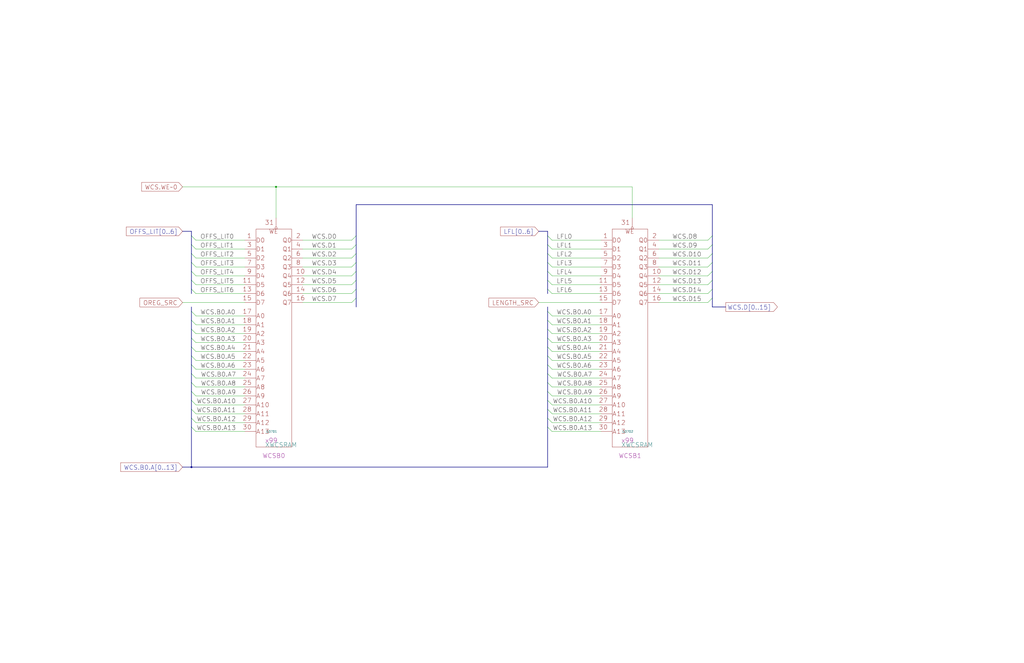
<source format=kicad_sch>
(kicad_sch (version 20211123) (generator eeschema)
  (paper "User" 584.2 378.46)
  (title_block (title "WRITABLE CONTROL STORE\\nBITS 0 TO 15") (date "20-MAR-90") (rev "1.0") (comment 1 "FIU") (comment 2 "232-003065") (comment 3 "S400") (comment 4 "RELEASED"))
  (lib_symbols
    (symbol "r1000:XWCSRAM" (pin_numbers hide) (pin_names (offset 1.016) hide)
      (property "Reference" "U" (at 2.54 5.08 0))
      (property "Value" "XWCSRAM" (at -1.27 -2.54 0))
      (property "Location" "___" (at -1.27 0 0))
      (property "Name" "______" (at 3.81 -10.16 0))
      (symbol "XWCSRAM_1_1"
        (rectangle (start -6.35 120.65) (end 13.97 -3.81))
        (circle (center 5.08 121.285) (radius 0.635))
        (text "0" (at -10.16 7.62 0) (effects (font (size 2.54 2.54))))
        (text "0" (at -10.16 58.42 0) (effects (font (size 2.54 2.54))))
        (text "0" (at -2.54 71.12 0) (effects (font (size 2.54 2.54))))
        (text "0" (at -2.54 114.3 0) (effects (font (size 2.54 2.54))))
        (text "0" (at 0 20.32 0) (effects (font (size 2.54 2.54))))
        (text "0" (at 12.7 114.3 0) (effects (font (size 2.54 2.54))))
        (text "0" (at 20.32 96.52 0) (effects (font (size 2.54 2.54))))
        (text "1" (at -12.7 63.5 0) (effects (font (size 2.54 2.54))))
        (text "1" (at -12.7 68.58 0) (effects (font (size 2.54 2.54))))
        (text "1" (at -12.7 73.66 0) (effects (font (size 2.54 2.54))))
        (text "1" (at -12.7 81.28 0) (effects (font (size 2.54 2.54))))
        (text "1" (at -12.7 86.36 0) (effects (font (size 2.54 2.54))))
        (text "1" (at -12.7 91.44 0) (effects (font (size 2.54 2.54))))
        (text "1" (at -10.16 53.34 0) (effects (font (size 2.54 2.54))))
        (text "1" (at -10.16 91.44 0) (effects (font (size 2.54 2.54))))
        (text "1" (at -10.16 116.84 0) (effects (font (size 2.54 2.54))))
        (text "1" (at -2.54 5.08 0) (effects (font (size 2.54 2.54))))
        (text "1" (at -2.54 10.16 0) (effects (font (size 2.54 2.54))))
        (text "1" (at -2.54 15.24 0) (effects (font (size 2.54 2.54))))
        (text "1" (at -2.54 20.32 0) (effects (font (size 2.54 2.54))))
        (text "1" (at -2.54 66.04 0) (effects (font (size 2.54 2.54))))
        (text "1" (at -2.54 109.22 0) (effects (font (size 2.54 2.54))))
        (text "1" (at 0 15.24 0) (effects (font (size 2.54 2.54))))
        (text "1" (at 2.54 124.46 0) (effects (font (size 2.54 2.54))))
        (text "1" (at 12.7 109.22 0) (effects (font (size 2.54 2.54))))
        (text "1" (at 17.78 81.28 0) (effects (font (size 2.54 2.54))))
        (text "1" (at 17.78 86.36 0) (effects (font (size 2.54 2.54))))
        (text "1" (at 17.78 91.44 0) (effects (font (size 2.54 2.54))))
        (text "1" (at 17.78 96.52 0) (effects (font (size 2.54 2.54))))
        (text "2" (at -12.7 12.7 0) (effects (font (size 2.54 2.54))))
        (text "2" (at -12.7 17.78 0) (effects (font (size 2.54 2.54))))
        (text "2" (at -12.7 22.86 0) (effects (font (size 2.54 2.54))))
        (text "2" (at -12.7 27.94 0) (effects (font (size 2.54 2.54))))
        (text "2" (at -12.7 33.02 0) (effects (font (size 2.54 2.54))))
        (text "2" (at -12.7 38.1 0) (effects (font (size 2.54 2.54))))
        (text "2" (at -12.7 43.18 0) (effects (font (size 2.54 2.54))))
        (text "2" (at -12.7 48.26 0) (effects (font (size 2.54 2.54))))
        (text "2" (at -12.7 53.34 0) (effects (font (size 2.54 2.54))))
        (text "2" (at -12.7 58.42 0) (effects (font (size 2.54 2.54))))
        (text "2" (at -10.16 48.26 0) (effects (font (size 2.54 2.54))))
        (text "2" (at -2.54 60.96 0) (effects (font (size 2.54 2.54))))
        (text "2" (at -2.54 104.14 0) (effects (font (size 2.54 2.54))))
        (text "2" (at 0 10.16 0) (effects (font (size 2.54 2.54))))
        (text "2" (at 12.7 104.14 0) (effects (font (size 2.54 2.54))))
        (text "2" (at 17.78 116.84 0) (effects (font (size 2.54 2.54))))
        (text "2" (at 20.32 91.44 0) (effects (font (size 2.54 2.54))))
        (text "3" (at -12.7 7.62 0) (effects (font (size 2.54 2.54))))
        (text "3" (at -10.16 43.18 0) (effects (font (size 2.54 2.54))))
        (text "3" (at -10.16 86.36 0) (effects (font (size 2.54 2.54))))
        (text "3" (at -10.16 111.76 0) (effects (font (size 2.54 2.54))))
        (text "3" (at -2.54 55.88 0) (effects (font (size 2.54 2.54))))
        (text "3" (at -2.54 99.06 0) (effects (font (size 2.54 2.54))))
        (text "3" (at 0 5.08 0) (effects (font (size 2.54 2.54))))
        (text "3" (at 0 124.46 0) (effects (font (size 2.54 2.54))))
        (text "3" (at 12.7 99.06 0) (effects (font (size 2.54 2.54))))
        (text "4" (at -10.16 38.1 0) (effects (font (size 2.54 2.54))))
        (text "4" (at -2.54 50.8 0) (effects (font (size 2.54 2.54))))
        (text "4" (at -2.54 93.98 0) (effects (font (size 2.54 2.54))))
        (text "4" (at 12.7 93.98 0) (effects (font (size 2.54 2.54))))
        (text "4" (at 17.78 111.76 0) (effects (font (size 2.54 2.54))))
        (text "4" (at 20.32 86.36 0) (effects (font (size 2.54 2.54))))
        (text "5" (at -10.16 33.02 0) (effects (font (size 2.54 2.54))))
        (text "5" (at -10.16 81.28 0) (effects (font (size 2.54 2.54))))
        (text "5" (at -10.16 106.68 0) (effects (font (size 2.54 2.54))))
        (text "5" (at -2.54 45.72 0) (effects (font (size 2.54 2.54))))
        (text "5" (at -2.54 88.9 0) (effects (font (size 2.54 2.54))))
        (text "5" (at 12.7 88.9 0) (effects (font (size 2.54 2.54))))
        (text "6" (at -10.16 27.94 0) (effects (font (size 2.54 2.54))))
        (text "6" (at -2.54 40.64 0) (effects (font (size 2.54 2.54))))
        (text "6" (at -2.54 83.82 0) (effects (font (size 2.54 2.54))))
        (text "6" (at 12.7 83.82 0) (effects (font (size 2.54 2.54))))
        (text "6" (at 17.78 106.68 0) (effects (font (size 2.54 2.54))))
        (text "6" (at 20.32 81.28 0) (effects (font (size 2.54 2.54))))
        (text "7" (at -10.16 22.86 0) (effects (font (size 2.54 2.54))))
        (text "7" (at -10.16 73.66 0) (effects (font (size 2.54 2.54))))
        (text "7" (at -10.16 101.6 0) (effects (font (size 2.54 2.54))))
        (text "7" (at -2.54 35.56 0) (effects (font (size 2.54 2.54))))
        (text "7" (at -2.54 78.74 0) (effects (font (size 2.54 2.54))))
        (text "7" (at 12.7 78.74 0) (effects (font (size 2.54 2.54))))
        (text "8" (at -10.16 17.78 0) (effects (font (size 2.54 2.54))))
        (text "8" (at -10.16 68.58 0) (effects (font (size 2.54 2.54))))
        (text "8" (at -2.54 30.48 0) (effects (font (size 2.54 2.54))))
        (text "8" (at 17.78 101.6 0) (effects (font (size 2.54 2.54))))
        (text "9" (at -10.16 12.7 0) (effects (font (size 2.54 2.54))))
        (text "9" (at -10.16 63.5 0) (effects (font (size 2.54 2.54))))
        (text "9" (at -10.16 96.52 0) (effects (font (size 2.54 2.54))))
        (text "9" (at -2.54 25.4 0) (effects (font (size 2.54 2.54))))
        (text "A" (at -5.08 5.08 0) (effects (font (size 2.54 2.54))))
        (text "A" (at -5.08 10.16 0) (effects (font (size 2.54 2.54))))
        (text "A" (at -5.08 15.24 0) (effects (font (size 2.54 2.54))))
        (text "A" (at -5.08 20.32 0) (effects (font (size 2.54 2.54))))
        (text "A" (at -5.08 25.4 0) (effects (font (size 2.54 2.54))))
        (text "A" (at -5.08 30.48 0) (effects (font (size 2.54 2.54))))
        (text "A" (at -5.08 35.56 0) (effects (font (size 2.54 2.54))))
        (text "A" (at -5.08 40.64 0) (effects (font (size 2.54 2.54))))
        (text "A" (at -5.08 45.72 0) (effects (font (size 2.54 2.54))))
        (text "A" (at -5.08 50.8 0) (effects (font (size 2.54 2.54))))
        (text "A" (at -5.08 55.88 0) (effects (font (size 2.54 2.54))))
        (text "A" (at -5.08 60.96 0) (effects (font (size 2.54 2.54))))
        (text "A" (at -5.08 66.04 0) (effects (font (size 2.54 2.54))))
        (text "A" (at -5.08 71.12 0) (effects (font (size 2.54 2.54))))
        (text "D" (at -5.08 78.74 0) (effects (font (size 2.54 2.54))))
        (text "D" (at -5.08 83.82 0) (effects (font (size 2.54 2.54))))
        (text "D" (at -5.08 88.9 0) (effects (font (size 2.54 2.54))))
        (text "D" (at -5.08 93.98 0) (effects (font (size 2.54 2.54))))
        (text "D" (at -5.08 99.06 0) (effects (font (size 2.54 2.54))))
        (text "D" (at -5.08 104.14 0) (effects (font (size 2.54 2.54))))
        (text "D" (at -5.08 109.22 0) (effects (font (size 2.54 2.54))))
        (text "D" (at -5.08 114.3 0) (effects (font (size 2.54 2.54))))
        (text "E" (at 5.08 119.38 0) (effects (font (size 2.54 2.54))))
        (text "Q" (at 10.16 78.74 0) (effects (font (size 2.54 2.54))))
        (text "Q" (at 10.16 83.82 0) (effects (font (size 2.54 2.54))))
        (text "Q" (at 10.16 88.9 0) (effects (font (size 2.54 2.54))))
        (text "Q" (at 10.16 93.98 0) (effects (font (size 2.54 2.54))))
        (text "Q" (at 10.16 99.06 0) (effects (font (size 2.54 2.54))))
        (text "Q" (at 10.16 104.14 0) (effects (font (size 2.54 2.54))))
        (text "Q" (at 10.16 109.22 0) (effects (font (size 2.54 2.54))))
        (text "Q" (at 10.16 114.3 0) (effects (font (size 2.54 2.54))))
        (text "W" (at 2.54 119.38 0) (effects (font (size 2.54 2.54))))
        (pin input line (at -12.7 114.3 0) (length 6.35) (name "D0") (number "1"))
        (pin output line (at 20.32 93.98 180) (length 6.35) (name "Q4") (number "10"))
        (pin input line (at -12.7 88.9 0) (length 6.35) (name "D5") (number "11"))
        (pin output line (at 20.32 88.9 180) (length 6.35) (name "Q5") (number "12"))
        (pin input line (at -12.7 83.82 0) (length 6.35) (name "D6") (number "13"))
        (pin output line (at 20.32 83.82 180) (length 6.35) (name "Q6") (number "14"))
        (pin input line (at -12.7 78.74 0) (length 6.35) (name "D7") (number "15"))
        (pin output line (at 20.32 78.74 180) (length 6.35) (name "Q7") (number "16"))
        (pin input line (at -12.7 71.12 0) (length 6.35) (name "A0") (number "17"))
        (pin input line (at -12.7 66.04 0) (length 6.35) (name "A1") (number "18"))
        (pin input line (at -12.7 60.96 0) (length 6.35) (name "A2") (number "19"))
        (pin output line (at 20.32 114.3 180) (length 6.35) (name "Q0") (number "2"))
        (pin input line (at -12.7 55.88 0) (length 6.35) (name "A3") (number "20"))
        (pin input line (at -12.7 50.8 0) (length 6.35) (name "A4") (number "21"))
        (pin input line (at -12.7 45.72 0) (length 6.35) (name "A5") (number "22"))
        (pin input line (at -12.7 40.64 0) (length 6.35) (name "A6") (number "23"))
        (pin input line (at -12.7 35.56 0) (length 6.35) (name "A7") (number "24"))
        (pin input line (at -12.7 30.48 0) (length 6.35) (name "A8") (number "25"))
        (pin input line (at -12.7 25.4 0) (length 6.35) (name "A9") (number "26"))
        (pin input line (at -12.7 20.32 0) (length 6.35) (name "A10") (number "27"))
        (pin input line (at -12.7 15.24 0) (length 6.35) (name "A11") (number "28"))
        (pin input line (at -12.7 10.16 0) (length 6.35) (name "A12") (number "29"))
        (pin input line (at -12.7 109.22 0) (length 6.35) (name "D1") (number "3"))
        (pin input line (at -12.7 5.08 0) (length 6.35) (name "A13") (number "30"))
        (pin input line (at 5.08 127 270) (length 5.08) (name "WE_") (number "31"))
        (pin output line (at 20.32 109.22 180) (length 6.35) (name "Q1") (number "4"))
        (pin input line (at -12.7 104.14 0) (length 6.35) (name "D2") (number "5"))
        (pin output line (at 20.32 104.14 180) (length 6.35) (name "Q2") (number "6"))
        (pin input line (at -12.7 99.06 0) (length 6.35) (name "D3") (number "7"))
        (pin output line (at 20.32 99.06 180) (length 6.35) (name "Q3") (number "8"))
        (pin input line (at -12.7 93.98 0) (length 6.35) (name "D4") (number "9"))
      )
    )
  )
  (junction (at 109.22 266.7))
  (junction (at 157.48 106.68))
  (bus_entry (at 312.42 233.68) (size 2.54 2.54))
  (bus_entry (at 312.42 218.44) (size 2.54 2.54))
  (bus_entry (at 109.22 233.68) (size 2.54 2.54))
  (bus_entry (at 109.22 165.1) (size 2.54 2.54))
  (bus_entry (at 312.42 198.12) (size 2.54 2.54))
  (bus_entry (at 312.42 182.88) (size 2.54 2.54))
  (bus_entry (at 203.2 160.02) (size -2.54 2.54))
  (bus_entry (at 109.22 139.7) (size 2.54 2.54))
  (bus_entry (at 109.22 144.78) (size 2.54 2.54))
  (bus_entry (at 109.22 243.84) (size 2.54 2.54))
  (bus_entry (at 203.2 165.1) (size -2.54 2.54))
  (bus_entry (at 203.2 144.78) (size -2.54 2.54))
  (bus_entry (at 312.42 160.02) (size 2.54 2.54))
  (bus_entry (at 109.22 187.96) (size 2.54 2.54))
  (bus_entry (at 312.42 187.96) (size 2.54 2.54))
  (bus_entry (at 312.42 154.94) (size 2.54 2.54))
  (bus_entry (at 312.42 213.36) (size 2.54 2.54))
  (bus_entry (at 109.22 134.62) (size 2.54 2.54))
  (bus_entry (at 203.2 139.7) (size -2.54 2.54))
  (bus_entry (at 109.22 223.52) (size 2.54 2.54))
  (bus_entry (at 312.42 203.2) (size 2.54 2.54))
  (bus_entry (at 109.22 177.8) (size 2.54 2.54))
  (bus_entry (at 406.4 139.7) (size -2.54 2.54))
  (bus_entry (at 312.42 144.78) (size 2.54 2.54))
  (bus_entry (at 203.2 134.62) (size -2.54 2.54))
  (bus_entry (at 203.2 149.86) (size -2.54 2.54))
  (bus_entry (at 109.22 149.86) (size 2.54 2.54))
  (bus_entry (at 312.42 177.8) (size 2.54 2.54))
  (bus_entry (at 312.42 149.86) (size 2.54 2.54))
  (bus_entry (at 406.4 134.62) (size -2.54 2.54))
  (bus_entry (at 312.42 243.84) (size 2.54 2.54))
  (bus_entry (at 312.42 193.04) (size 2.54 2.54))
  (bus_entry (at 406.4 160.02) (size -2.54 2.54))
  (bus_entry (at 109.22 238.76) (size 2.54 2.54))
  (bus_entry (at 109.22 213.36) (size 2.54 2.54))
  (bus_entry (at 109.22 154.94) (size 2.54 2.54))
  (bus_entry (at 109.22 228.6) (size 2.54 2.54))
  (bus_entry (at 109.22 193.04) (size 2.54 2.54))
  (bus_entry (at 312.42 165.1) (size 2.54 2.54))
  (bus_entry (at 406.4 144.78) (size -2.54 2.54))
  (bus_entry (at 312.42 228.6) (size 2.54 2.54))
  (bus_entry (at 312.42 139.7) (size 2.54 2.54))
  (bus_entry (at 109.22 198.12) (size 2.54 2.54))
  (bus_entry (at 312.42 223.52) (size 2.54 2.54))
  (bus_entry (at 406.4 165.1) (size -2.54 2.54))
  (bus_entry (at 109.22 218.44) (size 2.54 2.54))
  (bus_entry (at 312.42 134.62) (size 2.54 2.54))
  (bus_entry (at 406.4 170.18) (size -2.54 2.54))
  (bus_entry (at 109.22 182.88) (size 2.54 2.54))
  (bus_entry (at 406.4 149.86) (size -2.54 2.54))
  (bus_entry (at 203.2 170.18) (size -2.54 2.54))
  (bus_entry (at 109.22 203.2) (size 2.54 2.54))
  (bus_entry (at 109.22 208.28) (size 2.54 2.54))
  (bus_entry (at 203.2 154.94) (size -2.54 2.54))
  (bus_entry (at 406.4 154.94) (size -2.54 2.54))
  (bus_entry (at 312.42 208.28) (size 2.54 2.54))
  (bus_entry (at 312.42 238.76) (size 2.54 2.54))
  (bus_entry (at 109.22 160.02) (size 2.54 2.54))
  (bus (pts (xy 312.42 228.6) (xy 312.42 233.68)))
  (wire (pts (xy 314.96 167.64) (xy 342.9 167.64)))
  (bus (pts (xy 312.42 175.26) (xy 312.42 177.8)))
  (bus (pts (xy 109.22 165.1) (xy 109.22 167.64)))
  (wire (pts (xy 342.9 231.14) (xy 314.96 231.14)))
  (bus (pts (xy 312.42 198.12) (xy 312.42 203.2)))
  (bus (pts (xy 203.2 116.84) (xy 406.4 116.84)))
  (wire (pts (xy 314.96 180.34) (xy 342.9 180.34)))
  (wire (pts (xy 360.68 106.68) (xy 360.68 124.46)))
  (wire (pts (xy 314.96 195.58) (xy 342.9 195.58)))
  (bus (pts (xy 312.42 139.7) (xy 312.42 144.78)))
  (bus (pts (xy 406.4 160.02) (xy 406.4 165.1)))
  (bus (pts (xy 312.42 149.86) (xy 312.42 154.94)))
  (bus (pts (xy 312.42 223.52) (xy 312.42 228.6)))
  (wire (pts (xy 172.72 162.56) (xy 200.66 162.56)))
  (wire (pts (xy 104.14 172.72) (xy 139.7 172.72)))
  (bus (pts (xy 406.4 149.86) (xy 406.4 154.94)))
  (wire (pts (xy 307.34 172.72) (xy 342.9 172.72)))
  (bus (pts (xy 109.22 182.88) (xy 109.22 187.96)))
  (wire (pts (xy 172.72 167.64) (xy 200.66 167.64)))
  (wire (pts (xy 111.76 185.42) (xy 139.7 185.42)))
  (bus (pts (xy 307.34 132.08) (xy 312.42 132.08)))
  (bus (pts (xy 109.22 233.68) (xy 109.22 238.76)))
  (wire (pts (xy 342.9 246.38) (xy 314.96 246.38)))
  (bus (pts (xy 109.22 208.28) (xy 109.22 213.36)))
  (bus (pts (xy 104.14 132.08) (xy 109.22 132.08)))
  (bus (pts (xy 109.22 238.76) (xy 109.22 243.84)))
  (wire (pts (xy 314.96 210.82) (xy 342.9 210.82)))
  (wire (pts (xy 139.7 241.3) (xy 111.76 241.3)))
  (wire (pts (xy 314.96 205.74) (xy 342.9 205.74)))
  (bus (pts (xy 109.22 203.2) (xy 109.22 208.28)))
  (bus (pts (xy 109.22 218.44) (xy 109.22 223.52)))
  (wire (pts (xy 111.76 200.66) (xy 139.7 200.66)))
  (wire (pts (xy 111.76 152.4) (xy 139.7 152.4)))
  (bus (pts (xy 109.22 134.62) (xy 109.22 139.7)))
  (bus (pts (xy 312.42 233.68) (xy 312.42 238.76)))
  (wire (pts (xy 314.96 200.66) (xy 342.9 200.66)))
  (wire (pts (xy 111.76 180.34) (xy 139.7 180.34)))
  (bus (pts (xy 312.42 238.76) (xy 312.42 243.84)))
  (bus (pts (xy 109.22 139.7) (xy 109.22 144.78)))
  (wire (pts (xy 342.9 226.06) (xy 314.96 226.06)))
  (bus (pts (xy 203.2 139.7) (xy 203.2 144.78)))
  (wire (pts (xy 375.92 172.72) (xy 403.86 172.72)))
  (wire (pts (xy 375.92 167.64) (xy 403.86 167.64)))
  (bus (pts (xy 312.42 182.88) (xy 312.42 187.96)))
  (wire (pts (xy 139.7 236.22) (xy 111.76 236.22)))
  (wire (pts (xy 314.96 147.32) (xy 342.9 147.32)))
  (bus (pts (xy 312.42 160.02) (xy 312.42 165.1)))
  (bus (pts (xy 109.22 187.96) (xy 109.22 193.04)))
  (wire (pts (xy 172.72 147.32) (xy 200.66 147.32)))
  (wire (pts (xy 111.76 157.48) (xy 139.7 157.48)))
  (wire (pts (xy 314.96 185.42) (xy 342.9 185.42)))
  (bus (pts (xy 104.14 266.7) (xy 109.22 266.7)))
  (wire (pts (xy 375.92 152.4) (xy 403.86 152.4)))
  (wire (pts (xy 111.76 167.64) (xy 139.7 167.64)))
  (wire (pts (xy 157.48 106.68) (xy 157.48 124.46)))
  (bus (pts (xy 312.42 134.62) (xy 312.42 139.7)))
  (bus (pts (xy 312.42 144.78) (xy 312.42 149.86)))
  (wire (pts (xy 375.92 162.56) (xy 403.86 162.56)))
  (wire (pts (xy 139.7 246.38) (xy 111.76 246.38)))
  (wire (pts (xy 111.76 210.82) (xy 139.7 210.82)))
  (wire (pts (xy 342.9 241.3) (xy 314.96 241.3)))
  (wire (pts (xy 139.7 231.14) (xy 111.76 231.14)))
  (bus (pts (xy 312.42 132.08) (xy 312.42 134.62)))
  (wire (pts (xy 342.9 236.22) (xy 314.96 236.22)))
  (bus (pts (xy 109.22 198.12) (xy 109.22 203.2)))
  (bus (pts (xy 312.42 165.1) (xy 312.42 167.64)))
  (bus (pts (xy 312.42 154.94) (xy 312.42 160.02)))
  (bus (pts (xy 312.42 208.28) (xy 312.42 213.36)))
  (wire (pts (xy 172.72 157.48) (xy 200.66 157.48)))
  (bus (pts (xy 406.4 144.78) (xy 406.4 149.86)))
  (bus (pts (xy 312.42 187.96) (xy 312.42 193.04)))
  (bus (pts (xy 203.2 144.78) (xy 203.2 149.86)))
  (bus (pts (xy 109.22 177.8) (xy 109.22 182.88)))
  (bus (pts (xy 312.42 193.04) (xy 312.42 198.12)))
  (wire (pts (xy 375.92 142.24) (xy 403.86 142.24)))
  (wire (pts (xy 111.76 137.16) (xy 139.7 137.16)))
  (bus (pts (xy 203.2 160.02) (xy 203.2 165.1)))
  (wire (pts (xy 111.76 162.56) (xy 139.7 162.56)))
  (bus (pts (xy 312.42 213.36) (xy 312.42 218.44)))
  (bus (pts (xy 203.2 134.62) (xy 203.2 116.84)))
  (wire (pts (xy 172.72 152.4) (xy 200.66 152.4)))
  (wire (pts (xy 139.7 220.98) (xy 111.76 220.98)))
  (bus (pts (xy 406.4 154.94) (xy 406.4 160.02)))
  (bus (pts (xy 203.2 134.62) (xy 203.2 139.7)))
  (wire (pts (xy 104.14 106.68) (xy 157.48 106.68)))
  (bus (pts (xy 312.42 243.84) (xy 312.42 266.7)))
  (wire (pts (xy 111.76 195.58) (xy 139.7 195.58)))
  (wire (pts (xy 139.7 215.9) (xy 111.76 215.9)))
  (bus (pts (xy 109.22 213.36) (xy 109.22 218.44)))
  (wire (pts (xy 172.72 172.72) (xy 200.66 172.72)))
  (wire (pts (xy 342.9 215.9) (xy 314.96 215.9)))
  (wire (pts (xy 314.96 162.56) (xy 342.9 162.56)))
  (wire (pts (xy 314.96 157.48) (xy 342.9 157.48)))
  (wire (pts (xy 375.92 157.48) (xy 403.86 157.48)))
  (wire (pts (xy 111.76 205.74) (xy 139.7 205.74)))
  (bus (pts (xy 109.22 149.86) (xy 109.22 154.94)))
  (bus (pts (xy 406.4 116.84) (xy 406.4 134.62)))
  (bus (pts (xy 109.22 132.08) (xy 109.22 134.62)))
  (wire (pts (xy 139.7 226.06) (xy 111.76 226.06)))
  (wire (pts (xy 172.72 142.24) (xy 200.66 142.24)))
  (bus (pts (xy 203.2 154.94) (xy 203.2 160.02)))
  (wire (pts (xy 111.76 147.32) (xy 139.7 147.32)))
  (wire (pts (xy 375.92 147.32) (xy 403.86 147.32)))
  (bus (pts (xy 109.22 175.26) (xy 109.22 177.8)))
  (wire (pts (xy 314.96 152.4) (xy 342.9 152.4)))
  (wire (pts (xy 157.48 106.68) (xy 360.68 106.68)))
  (bus (pts (xy 312.42 218.44) (xy 312.42 223.52)))
  (bus (pts (xy 109.22 154.94) (xy 109.22 160.02)))
  (bus (pts (xy 312.42 177.8) (xy 312.42 182.88)))
  (wire (pts (xy 342.9 220.98) (xy 314.96 220.98)))
  (bus (pts (xy 109.22 243.84) (xy 109.22 266.7)))
  (bus (pts (xy 312.42 266.7) (xy 109.22 266.7)))
  (bus (pts (xy 203.2 170.18) (xy 203.2 175.26)))
  (bus (pts (xy 203.2 149.86) (xy 203.2 154.94)))
  (bus (pts (xy 203.2 165.1) (xy 203.2 170.18)))
  (wire (pts (xy 111.76 190.5) (xy 139.7 190.5)))
  (wire (pts (xy 314.96 190.5) (xy 342.9 190.5)))
  (wire (pts (xy 375.92 137.16) (xy 403.86 137.16)))
  (bus (pts (xy 109.22 228.6) (xy 109.22 233.68)))
  (bus (pts (xy 406.4 170.18) (xy 406.4 175.26)))
  (bus (pts (xy 109.22 193.04) (xy 109.22 198.12)))
  (bus (pts (xy 406.4 175.26) (xy 414.02 175.26)))
  (bus (pts (xy 109.22 160.02) (xy 109.22 165.1)))
  (bus (pts (xy 406.4 134.62) (xy 406.4 139.7)))
  (wire (pts (xy 314.96 137.16) (xy 342.9 137.16)))
  (bus (pts (xy 312.42 203.2) (xy 312.42 208.28)))
  (wire (pts (xy 314.96 142.24) (xy 342.9 142.24)))
  (bus (pts (xy 406.4 139.7) (xy 406.4 144.78)))
  (wire (pts (xy 172.72 137.16) (xy 200.66 137.16)))
  (bus (pts (xy 109.22 144.78) (xy 109.22 149.86)))
  (bus (pts (xy 406.4 165.1) (xy 406.4 170.18)))
  (bus (pts (xy 109.22 223.52) (xy 109.22 228.6)))
  (wire (pts (xy 111.76 142.24) (xy 139.7 142.24)))
  (label "WCS.B0.A6" (at 317.5 210.82 0) (effects (font (size 2.54 2.54))))
  (label "WCS.B0.A11" (at 337.82 236.22 180) (effects (font (size 2.54 2.54))))
  (label "WCS.D15" (at 383.54 172.72 0) (effects (font (size 2.54 2.54))))
  (label "WCS.B0.A9" (at 134.62 226.06 180) (effects (font (size 2.54 2.54))))
  (label "WCS.D13" (at 383.54 162.56 0) (effects (font (size 2.54 2.54))))
  (label "LFL2" (at 317.5 147.32 0) (effects (font (size 2.54 2.54))))
  (label "WCS.B0.A7" (at 337.82 215.9 180) (effects (font (size 2.54 2.54))))
  (label "WCS.B0.A2" (at 317.5 190.5 0) (effects (font (size 2.54 2.54))))
  (label "WCS.B0.A2" (at 114.3 190.5 0) (effects (font (size 2.54 2.54))))
  (label "OFFS_LIT3" (at 114.3 152.4 0) (effects (font (size 2.54 2.54))))
  (label "WCS.B0.A12" (at 337.82 241.3 180) (effects (font (size 2.54 2.54))))
  (label "OFFS_LIT5" (at 114.3 162.56 0) (effects (font (size 2.54 2.54))))
  (label "WCS.B0.A7" (at 134.62 215.9 180) (effects (font (size 2.54 2.54))))
  (label "WCS.B0.A5" (at 317.5 205.74 0) (effects (font (size 2.54 2.54))))
  (label "LFL6" (at 317.5 167.64 0) (effects (font (size 2.54 2.54))))
  (label "WCS.B0.A3" (at 317.5 195.58 0) (effects (font (size 2.54 2.54))))
  (label "WCS.B0.A10" (at 134.62 231.14 180) (effects (font (size 2.54 2.54))))
  (label "WCS.D6" (at 177.8 167.64 0) (effects (font (size 2.54 2.54))))
  (label "WCS.D11" (at 383.54 152.4 0) (effects (font (size 2.54 2.54))))
  (label "WCS.D14" (at 383.54 167.64 0) (effects (font (size 2.54 2.54))))
  (label "WCS.D2" (at 177.8 147.32 0) (effects (font (size 2.54 2.54))))
  (label "WCS.D12" (at 383.54 157.48 0) (effects (font (size 2.54 2.54))))
  (label "WCS.B0.A0" (at 317.5 180.34 0) (effects (font (size 2.54 2.54))))
  (label "LFL4" (at 317.5 157.48 0) (effects (font (size 2.54 2.54))))
  (label "WCS.B0.A11" (at 134.62 236.22 180) (effects (font (size 2.54 2.54))))
  (label "WCS.B0.A8" (at 337.82 220.98 180) (effects (font (size 2.54 2.54))))
  (label "WCS.D8" (at 383.54 137.16 0) (effects (font (size 2.54 2.54))))
  (label "LFL5" (at 317.5 162.56 0) (effects (font (size 2.54 2.54))))
  (label "WCS.B0.A3" (at 114.3 195.58 0) (effects (font (size 2.54 2.54))))
  (label "LFL1" (at 317.5 142.24 0) (effects (font (size 2.54 2.54))))
  (label "WCS.D9" (at 383.54 142.24 0) (effects (font (size 2.54 2.54))))
  (label "LFL0" (at 317.5 137.16 0) (effects (font (size 2.54 2.54))))
  (label "WCS.B0.A1" (at 114.3 185.42 0) (effects (font (size 2.54 2.54))))
  (label "WCS.D7" (at 177.8 172.72 0) (effects (font (size 2.54 2.54))))
  (label "WCS.B0.A9" (at 337.82 226.06 180) (effects (font (size 2.54 2.54))))
  (label "WCS.B0.A4" (at 114.3 200.66 0) (effects (font (size 2.54 2.54))))
  (label "WCS.B0.A6" (at 114.3 210.82 0) (effects (font (size 2.54 2.54))))
  (label "OFFS_LIT2" (at 114.3 147.32 0) (effects (font (size 2.54 2.54))))
  (label "WCS.B0.A8" (at 134.62 220.98 180) (effects (font (size 2.54 2.54))))
  (label "WCS.D5" (at 177.8 162.56 0) (effects (font (size 2.54 2.54))))
  (label "OFFS_LIT4" (at 114.3 157.48 0) (effects (font (size 2.54 2.54))))
  (label "WCS.B0.A4" (at 317.5 200.66 0) (effects (font (size 2.54 2.54))))
  (label "WCS.B0.A5" (at 114.3 205.74 0) (effects (font (size 2.54 2.54))))
  (label "WCS.B0.A13" (at 134.62 246.38 180) (effects (font (size 2.54 2.54))))
  (label "WCS.B0.A12" (at 134.62 241.3 180) (effects (font (size 2.54 2.54))))
  (label "WCS.D1" (at 177.8 142.24 0) (effects (font (size 2.54 2.54))))
  (label "WCS.D10" (at 383.54 147.32 0) (effects (font (size 2.54 2.54))))
  (label "LFL3" (at 317.5 152.4 0) (effects (font (size 2.54 2.54))))
  (label "WCS.D0" (at 177.8 137.16 0) (effects (font (size 2.54 2.54))))
  (label "WCS.B0.A10" (at 337.82 231.14 180) (effects (font (size 2.54 2.54))))
  (label "WCS.B0.A0" (at 114.3 180.34 0) (effects (font (size 2.54 2.54))))
  (label "WCS.D4" (at 177.8 157.48 0) (effects (font (size 2.54 2.54))))
  (label "WCS.B0.A13" (at 337.82 246.38 180) (effects (font (size 2.54 2.54))))
  (label "OFFS_LIT6" (at 114.3 167.64 0) (effects (font (size 2.54 2.54))))
  (label "OFFS_LIT0" (at 114.3 137.16 0) (effects (font (size 2.54 2.54))))
  (label "WCS.D3" (at 177.8 152.4 0) (effects (font (size 2.54 2.54))))
  (label "WCS.B0.A1" (at 317.5 185.42 0) (effects (font (size 2.54 2.54))))
  (label "OFFS_LIT1" (at 114.3 142.24 0) (effects (font (size 2.54 2.54))))
  (global_label "OFFS_LIT[0..6]" (shape input) (at 104.14 132.08 180) (effects (font (size 2.54 2.54))) (property "Intersheet References" "${INTERSHEET_REFS}" (at 72.0997 131.9213 0) (effects (font (size 2.54 2.54)) (justify right))))
  (global_label "WCS.D[0..15]" (shape output) (at 414.02 175.26 0) (effects (font (size 2.54 2.54))) (property "Intersheet References" "${INTERSHEET_REFS}" (at 443.5203 175.1013 0) (effects (font (size 2.54 2.54)) (justify left))))
  (global_label "LFL[0..6]" (shape input) (at 307.34 132.08 180) (effects (font (size 2.54 2.54))) (property "Intersheet References" "${INTERSHEET_REFS}" (at 285.5807 131.9213 0) (effects (font (size 2.54 2.54)) (justify right))))
  (global_label "LENGTH_SRC" (shape input) (at 307.34 172.72 180) (effects (font (size 2.54 2.54))) (property "Intersheet References" "${INTERSHEET_REFS}" (at 278.9283 172.5613 0) (effects (font (size 2.54 2.54)) (justify right))))
  (global_label "OREG_SRC" (shape input) (at 104.14 172.72 180) (effects (font (size 2.54 2.54))) (property "Intersheet References" "${INTERSHEET_REFS}" (at 79.8407 172.5613 0) (effects (font (size 2.54 2.54)) (justify right))))
  (global_label "WCS.B0.A[0..13]" (shape input) (at 104.14 266.7 180) (effects (font (size 2.54 2.54))) (property "Intersheet References" "${INTERSHEET_REFS}" (at 68.834 266.5413 0) (effects (font (size 2.54 2.54)) (justify right))))
  (global_label "WCS.WE~0" (shape input) (at 104.14 106.68 180) (effects (font (size 2.54 2.54))) (property "Intersheet References" "${INTERSHEET_REFS}" (at 80.8083 106.5213 0) (effects (font (size 2.54 2.54)) (justify right))))
  (symbol (lib_id "r1000:XWCSRAM") (at 355.6 251.46 0) (unit 1)
    (property "Reference" "U3702" (at 358.14 246.38 0))
    (property "Value" "XWCSRAM" (at 354.33 254 0) (effects (font (size 2.54 2.54)) (justify left)))
    (property "Location" "x99" (at 354.33 251.46 0) (effects (font (size 2.54 2.54)) (justify left)))
    (property "Name" "WCSB1" (at 359.41 261.62 0) (effects (font (size 2.54 2.54)) (justify bottom)))
  )
  (symbol (lib_id "r1000:XWCSRAM") (at 152.4 251.46 0) (unit 1)
    (property "Reference" "U3701" (at 154.94 246.38 0))
    (property "Value" "XWCSRAM" (at 151.13 254 0) (effects (font (size 2.54 2.54)) (justify left)))
    (property "Location" "x99" (at 151.13 251.46 0) (effects (font (size 2.54 2.54)) (justify left)))
    (property "Name" "WCSB0" (at 156.21 261.62 0) (effects (font (size 2.54 2.54)) (justify bottom)))
  )
)
</source>
